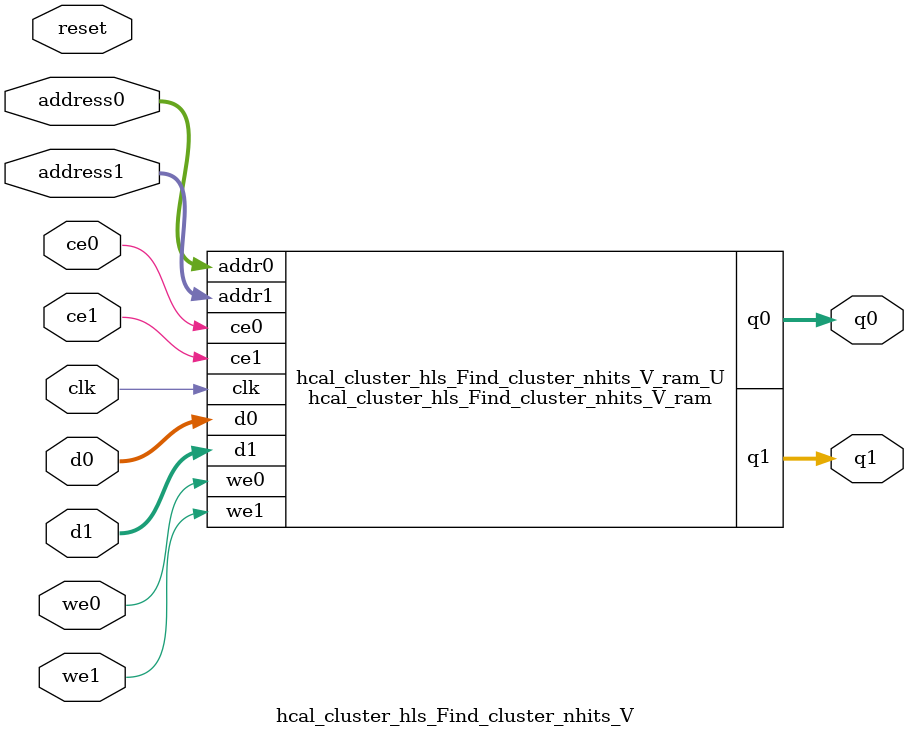
<source format=v>
`timescale 1 ns / 1 ps
module hcal_cluster_hls_Find_cluster_nhits_V_ram (addr0, ce0, d0, we0, q0, addr1, ce1, d1, we1, q1,  clk);

parameter DWIDTH = 4;
parameter AWIDTH = 4;
parameter MEM_SIZE = 9;

input[AWIDTH-1:0] addr0;
input ce0;
input[DWIDTH-1:0] d0;
input we0;
output reg[DWIDTH-1:0] q0;
input[AWIDTH-1:0] addr1;
input ce1;
input[DWIDTH-1:0] d1;
input we1;
output reg[DWIDTH-1:0] q1;
input clk;

reg [DWIDTH-1:0] ram[0:MEM_SIZE-1];




always @(posedge clk)  
begin 
    if (ce0) begin
        if (we0) 
            ram[addr0] <= d0; 
        q0 <= ram[addr0];
    end
end


always @(posedge clk)  
begin 
    if (ce1) begin
        if (we1) 
            ram[addr1] <= d1; 
        q1 <= ram[addr1];
    end
end


endmodule

`timescale 1 ns / 1 ps
module hcal_cluster_hls_Find_cluster_nhits_V(
    reset,
    clk,
    address0,
    ce0,
    we0,
    d0,
    q0,
    address1,
    ce1,
    we1,
    d1,
    q1);

parameter DataWidth = 32'd4;
parameter AddressRange = 32'd9;
parameter AddressWidth = 32'd4;
input reset;
input clk;
input[AddressWidth - 1:0] address0;
input ce0;
input we0;
input[DataWidth - 1:0] d0;
output[DataWidth - 1:0] q0;
input[AddressWidth - 1:0] address1;
input ce1;
input we1;
input[DataWidth - 1:0] d1;
output[DataWidth - 1:0] q1;



hcal_cluster_hls_Find_cluster_nhits_V_ram hcal_cluster_hls_Find_cluster_nhits_V_ram_U(
    .clk( clk ),
    .addr0( address0 ),
    .ce0( ce0 ),
    .we0( we0 ),
    .d0( d0 ),
    .q0( q0 ),
    .addr1( address1 ),
    .ce1( ce1 ),
    .we1( we1 ),
    .d1( d1 ),
    .q1( q1 ));

endmodule


</source>
